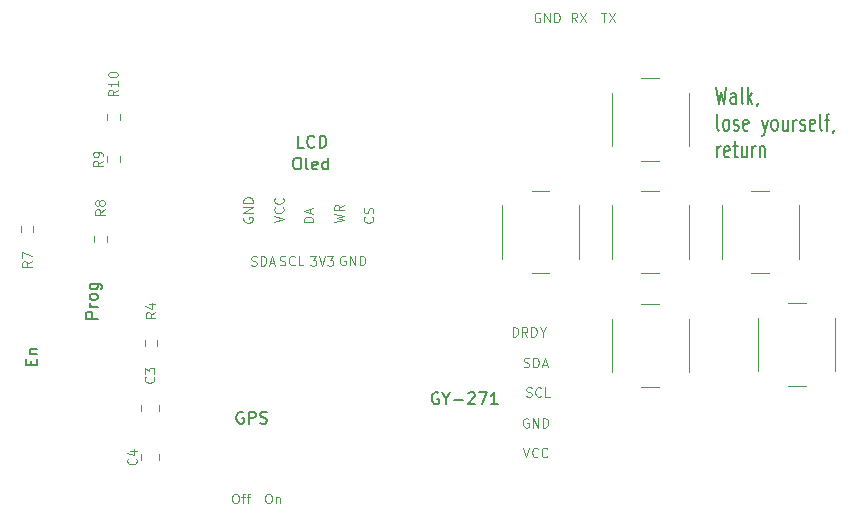
<source format=gbr>
%TF.GenerationSoftware,KiCad,Pcbnew,7.0.2-1.fc38*%
%TF.CreationDate,2023-06-07T17:49:04+02:00*%
%TF.ProjectId,gps_compass,6770735f-636f-46d7-9061-73732e6b6963,rev?*%
%TF.SameCoordinates,Original*%
%TF.FileFunction,Legend,Top*%
%TF.FilePolarity,Positive*%
%FSLAX46Y46*%
G04 Gerber Fmt 4.6, Leading zero omitted, Abs format (unit mm)*
G04 Created by KiCad (PCBNEW 7.0.2-1.fc38) date 2023-06-07 17:49:04*
%MOMM*%
%LPD*%
G01*
G04 APERTURE LIST*
%ADD10C,0.100000*%
%ADD11C,0.200000*%
%ADD12C,0.150000*%
%ADD13C,0.120000*%
G04 APERTURE END LIST*
D10*
X131142857Y-75502095D02*
X131295238Y-75502095D01*
X131295238Y-75502095D02*
X131371428Y-75540190D01*
X131371428Y-75540190D02*
X131447619Y-75616380D01*
X131447619Y-75616380D02*
X131485714Y-75768761D01*
X131485714Y-75768761D02*
X131485714Y-76035428D01*
X131485714Y-76035428D02*
X131447619Y-76187809D01*
X131447619Y-76187809D02*
X131371428Y-76264000D01*
X131371428Y-76264000D02*
X131295238Y-76302095D01*
X131295238Y-76302095D02*
X131142857Y-76302095D01*
X131142857Y-76302095D02*
X131066666Y-76264000D01*
X131066666Y-76264000D02*
X130990476Y-76187809D01*
X130990476Y-76187809D02*
X130952380Y-76035428D01*
X130952380Y-76035428D02*
X130952380Y-75768761D01*
X130952380Y-75768761D02*
X130990476Y-75616380D01*
X130990476Y-75616380D02*
X131066666Y-75540190D01*
X131066666Y-75540190D02*
X131142857Y-75502095D01*
X131828571Y-75768761D02*
X131828571Y-76302095D01*
X131828571Y-75844952D02*
X131866666Y-75806857D01*
X131866666Y-75806857D02*
X131942856Y-75768761D01*
X131942856Y-75768761D02*
X132057142Y-75768761D01*
X132057142Y-75768761D02*
X132133333Y-75806857D01*
X132133333Y-75806857D02*
X132171428Y-75883047D01*
X132171428Y-75883047D02*
X132171428Y-76302095D01*
X128342857Y-75502095D02*
X128495238Y-75502095D01*
X128495238Y-75502095D02*
X128571428Y-75540190D01*
X128571428Y-75540190D02*
X128647619Y-75616380D01*
X128647619Y-75616380D02*
X128685714Y-75768761D01*
X128685714Y-75768761D02*
X128685714Y-76035428D01*
X128685714Y-76035428D02*
X128647619Y-76187809D01*
X128647619Y-76187809D02*
X128571428Y-76264000D01*
X128571428Y-76264000D02*
X128495238Y-76302095D01*
X128495238Y-76302095D02*
X128342857Y-76302095D01*
X128342857Y-76302095D02*
X128266666Y-76264000D01*
X128266666Y-76264000D02*
X128190476Y-76187809D01*
X128190476Y-76187809D02*
X128152380Y-76035428D01*
X128152380Y-76035428D02*
X128152380Y-75768761D01*
X128152380Y-75768761D02*
X128190476Y-75616380D01*
X128190476Y-75616380D02*
X128266666Y-75540190D01*
X128266666Y-75540190D02*
X128342857Y-75502095D01*
X128914285Y-75768761D02*
X129219047Y-75768761D01*
X129028571Y-76302095D02*
X129028571Y-75616380D01*
X129028571Y-75616380D02*
X129066666Y-75540190D01*
X129066666Y-75540190D02*
X129142856Y-75502095D01*
X129142856Y-75502095D02*
X129219047Y-75502095D01*
X129371428Y-75768761D02*
X129676190Y-75768761D01*
X129485714Y-76302095D02*
X129485714Y-75616380D01*
X129485714Y-75616380D02*
X129523809Y-75540190D01*
X129523809Y-75540190D02*
X129599999Y-75502095D01*
X129599999Y-75502095D02*
X129676190Y-75502095D01*
X154209523Y-34840190D02*
X154133333Y-34802095D01*
X154133333Y-34802095D02*
X154019047Y-34802095D01*
X154019047Y-34802095D02*
X153904761Y-34840190D01*
X153904761Y-34840190D02*
X153828571Y-34916380D01*
X153828571Y-34916380D02*
X153790476Y-34992571D01*
X153790476Y-34992571D02*
X153752380Y-35144952D01*
X153752380Y-35144952D02*
X153752380Y-35259238D01*
X153752380Y-35259238D02*
X153790476Y-35411619D01*
X153790476Y-35411619D02*
X153828571Y-35487809D01*
X153828571Y-35487809D02*
X153904761Y-35564000D01*
X153904761Y-35564000D02*
X154019047Y-35602095D01*
X154019047Y-35602095D02*
X154095238Y-35602095D01*
X154095238Y-35602095D02*
X154209523Y-35564000D01*
X154209523Y-35564000D02*
X154247619Y-35525904D01*
X154247619Y-35525904D02*
X154247619Y-35259238D01*
X154247619Y-35259238D02*
X154095238Y-35259238D01*
X154590476Y-35602095D02*
X154590476Y-34802095D01*
X154590476Y-34802095D02*
X155047619Y-35602095D01*
X155047619Y-35602095D02*
X155047619Y-34802095D01*
X155428571Y-35602095D02*
X155428571Y-34802095D01*
X155428571Y-34802095D02*
X155619047Y-34802095D01*
X155619047Y-34802095D02*
X155733333Y-34840190D01*
X155733333Y-34840190D02*
X155809523Y-34916380D01*
X155809523Y-34916380D02*
X155847618Y-34992571D01*
X155847618Y-34992571D02*
X155885714Y-35144952D01*
X155885714Y-35144952D02*
X155885714Y-35259238D01*
X155885714Y-35259238D02*
X155847618Y-35411619D01*
X155847618Y-35411619D02*
X155809523Y-35487809D01*
X155809523Y-35487809D02*
X155733333Y-35564000D01*
X155733333Y-35564000D02*
X155619047Y-35602095D01*
X155619047Y-35602095D02*
X155428571Y-35602095D01*
X157347619Y-35602095D02*
X157080952Y-35221142D01*
X156890476Y-35602095D02*
X156890476Y-34802095D01*
X156890476Y-34802095D02*
X157195238Y-34802095D01*
X157195238Y-34802095D02*
X157271428Y-34840190D01*
X157271428Y-34840190D02*
X157309523Y-34878285D01*
X157309523Y-34878285D02*
X157347619Y-34954476D01*
X157347619Y-34954476D02*
X157347619Y-35068761D01*
X157347619Y-35068761D02*
X157309523Y-35144952D01*
X157309523Y-35144952D02*
X157271428Y-35183047D01*
X157271428Y-35183047D02*
X157195238Y-35221142D01*
X157195238Y-35221142D02*
X156890476Y-35221142D01*
X157614285Y-34802095D02*
X158147619Y-35602095D01*
X158147619Y-34802095D02*
X157614285Y-35602095D01*
X159376190Y-34802095D02*
X159833333Y-34802095D01*
X159604761Y-35602095D02*
X159604761Y-34802095D01*
X160023809Y-34802095D02*
X160557143Y-35602095D01*
X160557143Y-34802095D02*
X160023809Y-35602095D01*
D11*
X169142857Y-41092666D02*
X169380952Y-42492666D01*
X169380952Y-42492666D02*
X169571428Y-41492666D01*
X169571428Y-41492666D02*
X169761904Y-42492666D01*
X169761904Y-42492666D02*
X170000000Y-41092666D01*
X170809523Y-42492666D02*
X170809523Y-41759333D01*
X170809523Y-41759333D02*
X170761904Y-41626000D01*
X170761904Y-41626000D02*
X170666666Y-41559333D01*
X170666666Y-41559333D02*
X170476190Y-41559333D01*
X170476190Y-41559333D02*
X170380952Y-41626000D01*
X170809523Y-42426000D02*
X170714285Y-42492666D01*
X170714285Y-42492666D02*
X170476190Y-42492666D01*
X170476190Y-42492666D02*
X170380952Y-42426000D01*
X170380952Y-42426000D02*
X170333333Y-42292666D01*
X170333333Y-42292666D02*
X170333333Y-42159333D01*
X170333333Y-42159333D02*
X170380952Y-42026000D01*
X170380952Y-42026000D02*
X170476190Y-41959333D01*
X170476190Y-41959333D02*
X170714285Y-41959333D01*
X170714285Y-41959333D02*
X170809523Y-41892666D01*
X171428571Y-42492666D02*
X171333333Y-42426000D01*
X171333333Y-42426000D02*
X171285714Y-42292666D01*
X171285714Y-42292666D02*
X171285714Y-41092666D01*
X171809524Y-42492666D02*
X171809524Y-41092666D01*
X171904762Y-41959333D02*
X172190476Y-42492666D01*
X172190476Y-41559333D02*
X171809524Y-42092666D01*
X172666667Y-42426000D02*
X172666667Y-42492666D01*
X172666667Y-42492666D02*
X172619048Y-42626000D01*
X172619048Y-42626000D02*
X172571429Y-42692666D01*
X169380952Y-44760666D02*
X169285714Y-44694000D01*
X169285714Y-44694000D02*
X169238095Y-44560666D01*
X169238095Y-44560666D02*
X169238095Y-43360666D01*
X169904762Y-44760666D02*
X169809524Y-44694000D01*
X169809524Y-44694000D02*
X169761905Y-44627333D01*
X169761905Y-44627333D02*
X169714286Y-44494000D01*
X169714286Y-44494000D02*
X169714286Y-44094000D01*
X169714286Y-44094000D02*
X169761905Y-43960666D01*
X169761905Y-43960666D02*
X169809524Y-43894000D01*
X169809524Y-43894000D02*
X169904762Y-43827333D01*
X169904762Y-43827333D02*
X170047619Y-43827333D01*
X170047619Y-43827333D02*
X170142857Y-43894000D01*
X170142857Y-43894000D02*
X170190476Y-43960666D01*
X170190476Y-43960666D02*
X170238095Y-44094000D01*
X170238095Y-44094000D02*
X170238095Y-44494000D01*
X170238095Y-44494000D02*
X170190476Y-44627333D01*
X170190476Y-44627333D02*
X170142857Y-44694000D01*
X170142857Y-44694000D02*
X170047619Y-44760666D01*
X170047619Y-44760666D02*
X169904762Y-44760666D01*
X170619048Y-44694000D02*
X170714286Y-44760666D01*
X170714286Y-44760666D02*
X170904762Y-44760666D01*
X170904762Y-44760666D02*
X171000000Y-44694000D01*
X171000000Y-44694000D02*
X171047619Y-44560666D01*
X171047619Y-44560666D02*
X171047619Y-44494000D01*
X171047619Y-44494000D02*
X171000000Y-44360666D01*
X171000000Y-44360666D02*
X170904762Y-44294000D01*
X170904762Y-44294000D02*
X170761905Y-44294000D01*
X170761905Y-44294000D02*
X170666667Y-44227333D01*
X170666667Y-44227333D02*
X170619048Y-44094000D01*
X170619048Y-44094000D02*
X170619048Y-44027333D01*
X170619048Y-44027333D02*
X170666667Y-43894000D01*
X170666667Y-43894000D02*
X170761905Y-43827333D01*
X170761905Y-43827333D02*
X170904762Y-43827333D01*
X170904762Y-43827333D02*
X171000000Y-43894000D01*
X171857143Y-44694000D02*
X171761905Y-44760666D01*
X171761905Y-44760666D02*
X171571429Y-44760666D01*
X171571429Y-44760666D02*
X171476191Y-44694000D01*
X171476191Y-44694000D02*
X171428572Y-44560666D01*
X171428572Y-44560666D02*
X171428572Y-44027333D01*
X171428572Y-44027333D02*
X171476191Y-43894000D01*
X171476191Y-43894000D02*
X171571429Y-43827333D01*
X171571429Y-43827333D02*
X171761905Y-43827333D01*
X171761905Y-43827333D02*
X171857143Y-43894000D01*
X171857143Y-43894000D02*
X171904762Y-44027333D01*
X171904762Y-44027333D02*
X171904762Y-44160666D01*
X171904762Y-44160666D02*
X171428572Y-44294000D01*
X173000001Y-43827333D02*
X173238096Y-44760666D01*
X173476191Y-43827333D02*
X173238096Y-44760666D01*
X173238096Y-44760666D02*
X173142858Y-45094000D01*
X173142858Y-45094000D02*
X173095239Y-45160666D01*
X173095239Y-45160666D02*
X173000001Y-45227333D01*
X174000001Y-44760666D02*
X173904763Y-44694000D01*
X173904763Y-44694000D02*
X173857144Y-44627333D01*
X173857144Y-44627333D02*
X173809525Y-44494000D01*
X173809525Y-44494000D02*
X173809525Y-44094000D01*
X173809525Y-44094000D02*
X173857144Y-43960666D01*
X173857144Y-43960666D02*
X173904763Y-43894000D01*
X173904763Y-43894000D02*
X174000001Y-43827333D01*
X174000001Y-43827333D02*
X174142858Y-43827333D01*
X174142858Y-43827333D02*
X174238096Y-43894000D01*
X174238096Y-43894000D02*
X174285715Y-43960666D01*
X174285715Y-43960666D02*
X174333334Y-44094000D01*
X174333334Y-44094000D02*
X174333334Y-44494000D01*
X174333334Y-44494000D02*
X174285715Y-44627333D01*
X174285715Y-44627333D02*
X174238096Y-44694000D01*
X174238096Y-44694000D02*
X174142858Y-44760666D01*
X174142858Y-44760666D02*
X174000001Y-44760666D01*
X175190477Y-43827333D02*
X175190477Y-44760666D01*
X174761906Y-43827333D02*
X174761906Y-44560666D01*
X174761906Y-44560666D02*
X174809525Y-44694000D01*
X174809525Y-44694000D02*
X174904763Y-44760666D01*
X174904763Y-44760666D02*
X175047620Y-44760666D01*
X175047620Y-44760666D02*
X175142858Y-44694000D01*
X175142858Y-44694000D02*
X175190477Y-44627333D01*
X175666668Y-44760666D02*
X175666668Y-43827333D01*
X175666668Y-44094000D02*
X175714287Y-43960666D01*
X175714287Y-43960666D02*
X175761906Y-43894000D01*
X175761906Y-43894000D02*
X175857144Y-43827333D01*
X175857144Y-43827333D02*
X175952382Y-43827333D01*
X176238097Y-44694000D02*
X176333335Y-44760666D01*
X176333335Y-44760666D02*
X176523811Y-44760666D01*
X176523811Y-44760666D02*
X176619049Y-44694000D01*
X176619049Y-44694000D02*
X176666668Y-44560666D01*
X176666668Y-44560666D02*
X176666668Y-44494000D01*
X176666668Y-44494000D02*
X176619049Y-44360666D01*
X176619049Y-44360666D02*
X176523811Y-44294000D01*
X176523811Y-44294000D02*
X176380954Y-44294000D01*
X176380954Y-44294000D02*
X176285716Y-44227333D01*
X176285716Y-44227333D02*
X176238097Y-44094000D01*
X176238097Y-44094000D02*
X176238097Y-44027333D01*
X176238097Y-44027333D02*
X176285716Y-43894000D01*
X176285716Y-43894000D02*
X176380954Y-43827333D01*
X176380954Y-43827333D02*
X176523811Y-43827333D01*
X176523811Y-43827333D02*
X176619049Y-43894000D01*
X177476192Y-44694000D02*
X177380954Y-44760666D01*
X177380954Y-44760666D02*
X177190478Y-44760666D01*
X177190478Y-44760666D02*
X177095240Y-44694000D01*
X177095240Y-44694000D02*
X177047621Y-44560666D01*
X177047621Y-44560666D02*
X177047621Y-44027333D01*
X177047621Y-44027333D02*
X177095240Y-43894000D01*
X177095240Y-43894000D02*
X177190478Y-43827333D01*
X177190478Y-43827333D02*
X177380954Y-43827333D01*
X177380954Y-43827333D02*
X177476192Y-43894000D01*
X177476192Y-43894000D02*
X177523811Y-44027333D01*
X177523811Y-44027333D02*
X177523811Y-44160666D01*
X177523811Y-44160666D02*
X177047621Y-44294000D01*
X178095240Y-44760666D02*
X178000002Y-44694000D01*
X178000002Y-44694000D02*
X177952383Y-44560666D01*
X177952383Y-44560666D02*
X177952383Y-43360666D01*
X178333336Y-43827333D02*
X178714288Y-43827333D01*
X178476193Y-44760666D02*
X178476193Y-43560666D01*
X178476193Y-43560666D02*
X178523812Y-43427333D01*
X178523812Y-43427333D02*
X178619050Y-43360666D01*
X178619050Y-43360666D02*
X178714288Y-43360666D01*
X179095241Y-44694000D02*
X179095241Y-44760666D01*
X179095241Y-44760666D02*
X179047622Y-44894000D01*
X179047622Y-44894000D02*
X179000003Y-44960666D01*
X169238095Y-47028666D02*
X169238095Y-46095333D01*
X169238095Y-46362000D02*
X169285714Y-46228666D01*
X169285714Y-46228666D02*
X169333333Y-46162000D01*
X169333333Y-46162000D02*
X169428571Y-46095333D01*
X169428571Y-46095333D02*
X169523809Y-46095333D01*
X170238095Y-46962000D02*
X170142857Y-47028666D01*
X170142857Y-47028666D02*
X169952381Y-47028666D01*
X169952381Y-47028666D02*
X169857143Y-46962000D01*
X169857143Y-46962000D02*
X169809524Y-46828666D01*
X169809524Y-46828666D02*
X169809524Y-46295333D01*
X169809524Y-46295333D02*
X169857143Y-46162000D01*
X169857143Y-46162000D02*
X169952381Y-46095333D01*
X169952381Y-46095333D02*
X170142857Y-46095333D01*
X170142857Y-46095333D02*
X170238095Y-46162000D01*
X170238095Y-46162000D02*
X170285714Y-46295333D01*
X170285714Y-46295333D02*
X170285714Y-46428666D01*
X170285714Y-46428666D02*
X169809524Y-46562000D01*
X170571429Y-46095333D02*
X170952381Y-46095333D01*
X170714286Y-45628666D02*
X170714286Y-46828666D01*
X170714286Y-46828666D02*
X170761905Y-46962000D01*
X170761905Y-46962000D02*
X170857143Y-47028666D01*
X170857143Y-47028666D02*
X170952381Y-47028666D01*
X171714286Y-46095333D02*
X171714286Y-47028666D01*
X171285715Y-46095333D02*
X171285715Y-46828666D01*
X171285715Y-46828666D02*
X171333334Y-46962000D01*
X171333334Y-46962000D02*
X171428572Y-47028666D01*
X171428572Y-47028666D02*
X171571429Y-47028666D01*
X171571429Y-47028666D02*
X171666667Y-46962000D01*
X171666667Y-46962000D02*
X171714286Y-46895333D01*
X172190477Y-47028666D02*
X172190477Y-46095333D01*
X172190477Y-46362000D02*
X172238096Y-46228666D01*
X172238096Y-46228666D02*
X172285715Y-46162000D01*
X172285715Y-46162000D02*
X172380953Y-46095333D01*
X172380953Y-46095333D02*
X172476191Y-46095333D01*
X172809525Y-46095333D02*
X172809525Y-47028666D01*
X172809525Y-46228666D02*
X172857144Y-46162000D01*
X172857144Y-46162000D02*
X172952382Y-46095333D01*
X172952382Y-46095333D02*
X173095239Y-46095333D01*
X173095239Y-46095333D02*
X173190477Y-46162000D01*
X173190477Y-46162000D02*
X173238096Y-46295333D01*
X173238096Y-46295333D02*
X173238096Y-47028666D01*
D10*
%TO.C,R8*%
X117370095Y-51433332D02*
X116989142Y-51699999D01*
X117370095Y-51890475D02*
X116570095Y-51890475D01*
X116570095Y-51890475D02*
X116570095Y-51585713D01*
X116570095Y-51585713D02*
X116608190Y-51509523D01*
X116608190Y-51509523D02*
X116646285Y-51471428D01*
X116646285Y-51471428D02*
X116722476Y-51433332D01*
X116722476Y-51433332D02*
X116836761Y-51433332D01*
X116836761Y-51433332D02*
X116912952Y-51471428D01*
X116912952Y-51471428D02*
X116951047Y-51509523D01*
X116951047Y-51509523D02*
X116989142Y-51585713D01*
X116989142Y-51585713D02*
X116989142Y-51890475D01*
X116912952Y-50976190D02*
X116874857Y-51052380D01*
X116874857Y-51052380D02*
X116836761Y-51090475D01*
X116836761Y-51090475D02*
X116760571Y-51128571D01*
X116760571Y-51128571D02*
X116722476Y-51128571D01*
X116722476Y-51128571D02*
X116646285Y-51090475D01*
X116646285Y-51090475D02*
X116608190Y-51052380D01*
X116608190Y-51052380D02*
X116570095Y-50976190D01*
X116570095Y-50976190D02*
X116570095Y-50823809D01*
X116570095Y-50823809D02*
X116608190Y-50747618D01*
X116608190Y-50747618D02*
X116646285Y-50709523D01*
X116646285Y-50709523D02*
X116722476Y-50671428D01*
X116722476Y-50671428D02*
X116760571Y-50671428D01*
X116760571Y-50671428D02*
X116836761Y-50709523D01*
X116836761Y-50709523D02*
X116874857Y-50747618D01*
X116874857Y-50747618D02*
X116912952Y-50823809D01*
X116912952Y-50823809D02*
X116912952Y-50976190D01*
X116912952Y-50976190D02*
X116951047Y-51052380D01*
X116951047Y-51052380D02*
X116989142Y-51090475D01*
X116989142Y-51090475D02*
X117065333Y-51128571D01*
X117065333Y-51128571D02*
X117217714Y-51128571D01*
X117217714Y-51128571D02*
X117293904Y-51090475D01*
X117293904Y-51090475D02*
X117332000Y-51052380D01*
X117332000Y-51052380D02*
X117370095Y-50976190D01*
X117370095Y-50976190D02*
X117370095Y-50823809D01*
X117370095Y-50823809D02*
X117332000Y-50747618D01*
X117332000Y-50747618D02*
X117293904Y-50709523D01*
X117293904Y-50709523D02*
X117217714Y-50671428D01*
X117217714Y-50671428D02*
X117065333Y-50671428D01*
X117065333Y-50671428D02*
X116989142Y-50709523D01*
X116989142Y-50709523D02*
X116951047Y-50747618D01*
X116951047Y-50747618D02*
X116912952Y-50823809D01*
D12*
%TO.C,GY-271*%
X145615714Y-66970238D02*
X145520476Y-66922619D01*
X145520476Y-66922619D02*
X145377619Y-66922619D01*
X145377619Y-66922619D02*
X145234762Y-66970238D01*
X145234762Y-66970238D02*
X145139524Y-67065476D01*
X145139524Y-67065476D02*
X145091905Y-67160714D01*
X145091905Y-67160714D02*
X145044286Y-67351190D01*
X145044286Y-67351190D02*
X145044286Y-67494047D01*
X145044286Y-67494047D02*
X145091905Y-67684523D01*
X145091905Y-67684523D02*
X145139524Y-67779761D01*
X145139524Y-67779761D02*
X145234762Y-67875000D01*
X145234762Y-67875000D02*
X145377619Y-67922619D01*
X145377619Y-67922619D02*
X145472857Y-67922619D01*
X145472857Y-67922619D02*
X145615714Y-67875000D01*
X145615714Y-67875000D02*
X145663333Y-67827380D01*
X145663333Y-67827380D02*
X145663333Y-67494047D01*
X145663333Y-67494047D02*
X145472857Y-67494047D01*
X146282381Y-67446428D02*
X146282381Y-67922619D01*
X145949048Y-66922619D02*
X146282381Y-67446428D01*
X146282381Y-67446428D02*
X146615714Y-66922619D01*
X146949048Y-67541666D02*
X147710953Y-67541666D01*
X148139524Y-67017857D02*
X148187143Y-66970238D01*
X148187143Y-66970238D02*
X148282381Y-66922619D01*
X148282381Y-66922619D02*
X148520476Y-66922619D01*
X148520476Y-66922619D02*
X148615714Y-66970238D01*
X148615714Y-66970238D02*
X148663333Y-67017857D01*
X148663333Y-67017857D02*
X148710952Y-67113095D01*
X148710952Y-67113095D02*
X148710952Y-67208333D01*
X148710952Y-67208333D02*
X148663333Y-67351190D01*
X148663333Y-67351190D02*
X148091905Y-67922619D01*
X148091905Y-67922619D02*
X148710952Y-67922619D01*
X149044286Y-66922619D02*
X149710952Y-66922619D01*
X149710952Y-66922619D02*
X149282381Y-67922619D01*
X150615714Y-67922619D02*
X150044286Y-67922619D01*
X150330000Y-67922619D02*
X150330000Y-66922619D01*
X150330000Y-66922619D02*
X150234762Y-67065476D01*
X150234762Y-67065476D02*
X150139524Y-67160714D01*
X150139524Y-67160714D02*
X150044286Y-67208333D01*
D10*
X152776190Y-71602095D02*
X153042857Y-72402095D01*
X153042857Y-72402095D02*
X153309523Y-71602095D01*
X154033333Y-72325904D02*
X153995237Y-72364000D01*
X153995237Y-72364000D02*
X153880952Y-72402095D01*
X153880952Y-72402095D02*
X153804761Y-72402095D01*
X153804761Y-72402095D02*
X153690475Y-72364000D01*
X153690475Y-72364000D02*
X153614285Y-72287809D01*
X153614285Y-72287809D02*
X153576190Y-72211619D01*
X153576190Y-72211619D02*
X153538094Y-72059238D01*
X153538094Y-72059238D02*
X153538094Y-71944952D01*
X153538094Y-71944952D02*
X153576190Y-71792571D01*
X153576190Y-71792571D02*
X153614285Y-71716380D01*
X153614285Y-71716380D02*
X153690475Y-71640190D01*
X153690475Y-71640190D02*
X153804761Y-71602095D01*
X153804761Y-71602095D02*
X153880952Y-71602095D01*
X153880952Y-71602095D02*
X153995237Y-71640190D01*
X153995237Y-71640190D02*
X154033333Y-71678285D01*
X154833333Y-72325904D02*
X154795237Y-72364000D01*
X154795237Y-72364000D02*
X154680952Y-72402095D01*
X154680952Y-72402095D02*
X154604761Y-72402095D01*
X154604761Y-72402095D02*
X154490475Y-72364000D01*
X154490475Y-72364000D02*
X154414285Y-72287809D01*
X154414285Y-72287809D02*
X154376190Y-72211619D01*
X154376190Y-72211619D02*
X154338094Y-72059238D01*
X154338094Y-72059238D02*
X154338094Y-71944952D01*
X154338094Y-71944952D02*
X154376190Y-71792571D01*
X154376190Y-71792571D02*
X154414285Y-71716380D01*
X154414285Y-71716380D02*
X154490475Y-71640190D01*
X154490475Y-71640190D02*
X154604761Y-71602095D01*
X154604761Y-71602095D02*
X154680952Y-71602095D01*
X154680952Y-71602095D02*
X154795237Y-71640190D01*
X154795237Y-71640190D02*
X154833333Y-71678285D01*
X153209523Y-69140190D02*
X153133333Y-69102095D01*
X153133333Y-69102095D02*
X153019047Y-69102095D01*
X153019047Y-69102095D02*
X152904761Y-69140190D01*
X152904761Y-69140190D02*
X152828571Y-69216380D01*
X152828571Y-69216380D02*
X152790476Y-69292571D01*
X152790476Y-69292571D02*
X152752380Y-69444952D01*
X152752380Y-69444952D02*
X152752380Y-69559238D01*
X152752380Y-69559238D02*
X152790476Y-69711619D01*
X152790476Y-69711619D02*
X152828571Y-69787809D01*
X152828571Y-69787809D02*
X152904761Y-69864000D01*
X152904761Y-69864000D02*
X153019047Y-69902095D01*
X153019047Y-69902095D02*
X153095238Y-69902095D01*
X153095238Y-69902095D02*
X153209523Y-69864000D01*
X153209523Y-69864000D02*
X153247619Y-69825904D01*
X153247619Y-69825904D02*
X153247619Y-69559238D01*
X153247619Y-69559238D02*
X153095238Y-69559238D01*
X153590476Y-69902095D02*
X153590476Y-69102095D01*
X153590476Y-69102095D02*
X154047619Y-69902095D01*
X154047619Y-69902095D02*
X154047619Y-69102095D01*
X154428571Y-69902095D02*
X154428571Y-69102095D01*
X154428571Y-69102095D02*
X154619047Y-69102095D01*
X154619047Y-69102095D02*
X154733333Y-69140190D01*
X154733333Y-69140190D02*
X154809523Y-69216380D01*
X154809523Y-69216380D02*
X154847618Y-69292571D01*
X154847618Y-69292571D02*
X154885714Y-69444952D01*
X154885714Y-69444952D02*
X154885714Y-69559238D01*
X154885714Y-69559238D02*
X154847618Y-69711619D01*
X154847618Y-69711619D02*
X154809523Y-69787809D01*
X154809523Y-69787809D02*
X154733333Y-69864000D01*
X154733333Y-69864000D02*
X154619047Y-69902095D01*
X154619047Y-69902095D02*
X154428571Y-69902095D01*
X151890476Y-62202095D02*
X151890476Y-61402095D01*
X151890476Y-61402095D02*
X152080952Y-61402095D01*
X152080952Y-61402095D02*
X152195238Y-61440190D01*
X152195238Y-61440190D02*
X152271428Y-61516380D01*
X152271428Y-61516380D02*
X152309523Y-61592571D01*
X152309523Y-61592571D02*
X152347619Y-61744952D01*
X152347619Y-61744952D02*
X152347619Y-61859238D01*
X152347619Y-61859238D02*
X152309523Y-62011619D01*
X152309523Y-62011619D02*
X152271428Y-62087809D01*
X152271428Y-62087809D02*
X152195238Y-62164000D01*
X152195238Y-62164000D02*
X152080952Y-62202095D01*
X152080952Y-62202095D02*
X151890476Y-62202095D01*
X153147619Y-62202095D02*
X152880952Y-61821142D01*
X152690476Y-62202095D02*
X152690476Y-61402095D01*
X152690476Y-61402095D02*
X152995238Y-61402095D01*
X152995238Y-61402095D02*
X153071428Y-61440190D01*
X153071428Y-61440190D02*
X153109523Y-61478285D01*
X153109523Y-61478285D02*
X153147619Y-61554476D01*
X153147619Y-61554476D02*
X153147619Y-61668761D01*
X153147619Y-61668761D02*
X153109523Y-61744952D01*
X153109523Y-61744952D02*
X153071428Y-61783047D01*
X153071428Y-61783047D02*
X152995238Y-61821142D01*
X152995238Y-61821142D02*
X152690476Y-61821142D01*
X153490476Y-62202095D02*
X153490476Y-61402095D01*
X153490476Y-61402095D02*
X153680952Y-61402095D01*
X153680952Y-61402095D02*
X153795238Y-61440190D01*
X153795238Y-61440190D02*
X153871428Y-61516380D01*
X153871428Y-61516380D02*
X153909523Y-61592571D01*
X153909523Y-61592571D02*
X153947619Y-61744952D01*
X153947619Y-61744952D02*
X153947619Y-61859238D01*
X153947619Y-61859238D02*
X153909523Y-62011619D01*
X153909523Y-62011619D02*
X153871428Y-62087809D01*
X153871428Y-62087809D02*
X153795238Y-62164000D01*
X153795238Y-62164000D02*
X153680952Y-62202095D01*
X153680952Y-62202095D02*
X153490476Y-62202095D01*
X154442857Y-61821142D02*
X154442857Y-62202095D01*
X154176190Y-61402095D02*
X154442857Y-61821142D01*
X154442857Y-61821142D02*
X154709523Y-61402095D01*
X152852380Y-64764000D02*
X152966666Y-64802095D01*
X152966666Y-64802095D02*
X153157142Y-64802095D01*
X153157142Y-64802095D02*
X153233333Y-64764000D01*
X153233333Y-64764000D02*
X153271428Y-64725904D01*
X153271428Y-64725904D02*
X153309523Y-64649714D01*
X153309523Y-64649714D02*
X153309523Y-64573523D01*
X153309523Y-64573523D02*
X153271428Y-64497333D01*
X153271428Y-64497333D02*
X153233333Y-64459238D01*
X153233333Y-64459238D02*
X153157142Y-64421142D01*
X153157142Y-64421142D02*
X153004761Y-64383047D01*
X153004761Y-64383047D02*
X152928571Y-64344952D01*
X152928571Y-64344952D02*
X152890476Y-64306857D01*
X152890476Y-64306857D02*
X152852380Y-64230666D01*
X152852380Y-64230666D02*
X152852380Y-64154476D01*
X152852380Y-64154476D02*
X152890476Y-64078285D01*
X152890476Y-64078285D02*
X152928571Y-64040190D01*
X152928571Y-64040190D02*
X153004761Y-64002095D01*
X153004761Y-64002095D02*
X153195238Y-64002095D01*
X153195238Y-64002095D02*
X153309523Y-64040190D01*
X153652381Y-64802095D02*
X153652381Y-64002095D01*
X153652381Y-64002095D02*
X153842857Y-64002095D01*
X153842857Y-64002095D02*
X153957143Y-64040190D01*
X153957143Y-64040190D02*
X154033333Y-64116380D01*
X154033333Y-64116380D02*
X154071428Y-64192571D01*
X154071428Y-64192571D02*
X154109524Y-64344952D01*
X154109524Y-64344952D02*
X154109524Y-64459238D01*
X154109524Y-64459238D02*
X154071428Y-64611619D01*
X154071428Y-64611619D02*
X154033333Y-64687809D01*
X154033333Y-64687809D02*
X153957143Y-64764000D01*
X153957143Y-64764000D02*
X153842857Y-64802095D01*
X153842857Y-64802095D02*
X153652381Y-64802095D01*
X154414285Y-64573523D02*
X154795238Y-64573523D01*
X154338095Y-64802095D02*
X154604762Y-64002095D01*
X154604762Y-64002095D02*
X154871428Y-64802095D01*
X153052380Y-67264000D02*
X153166666Y-67302095D01*
X153166666Y-67302095D02*
X153357142Y-67302095D01*
X153357142Y-67302095D02*
X153433333Y-67264000D01*
X153433333Y-67264000D02*
X153471428Y-67225904D01*
X153471428Y-67225904D02*
X153509523Y-67149714D01*
X153509523Y-67149714D02*
X153509523Y-67073523D01*
X153509523Y-67073523D02*
X153471428Y-66997333D01*
X153471428Y-66997333D02*
X153433333Y-66959238D01*
X153433333Y-66959238D02*
X153357142Y-66921142D01*
X153357142Y-66921142D02*
X153204761Y-66883047D01*
X153204761Y-66883047D02*
X153128571Y-66844952D01*
X153128571Y-66844952D02*
X153090476Y-66806857D01*
X153090476Y-66806857D02*
X153052380Y-66730666D01*
X153052380Y-66730666D02*
X153052380Y-66654476D01*
X153052380Y-66654476D02*
X153090476Y-66578285D01*
X153090476Y-66578285D02*
X153128571Y-66540190D01*
X153128571Y-66540190D02*
X153204761Y-66502095D01*
X153204761Y-66502095D02*
X153395238Y-66502095D01*
X153395238Y-66502095D02*
X153509523Y-66540190D01*
X154309524Y-67225904D02*
X154271428Y-67264000D01*
X154271428Y-67264000D02*
X154157143Y-67302095D01*
X154157143Y-67302095D02*
X154080952Y-67302095D01*
X154080952Y-67302095D02*
X153966666Y-67264000D01*
X153966666Y-67264000D02*
X153890476Y-67187809D01*
X153890476Y-67187809D02*
X153852381Y-67111619D01*
X153852381Y-67111619D02*
X153814285Y-66959238D01*
X153814285Y-66959238D02*
X153814285Y-66844952D01*
X153814285Y-66844952D02*
X153852381Y-66692571D01*
X153852381Y-66692571D02*
X153890476Y-66616380D01*
X153890476Y-66616380D02*
X153966666Y-66540190D01*
X153966666Y-66540190D02*
X154080952Y-66502095D01*
X154080952Y-66502095D02*
X154157143Y-66502095D01*
X154157143Y-66502095D02*
X154271428Y-66540190D01*
X154271428Y-66540190D02*
X154309524Y-66578285D01*
X155033333Y-67302095D02*
X154652381Y-67302095D01*
X154652381Y-67302095D02*
X154652381Y-66502095D01*
D12*
%TO.C,LCD*%
X134209523Y-46202619D02*
X133733333Y-46202619D01*
X133733333Y-46202619D02*
X133733333Y-45202619D01*
X135114285Y-46107380D02*
X135066666Y-46155000D01*
X135066666Y-46155000D02*
X134923809Y-46202619D01*
X134923809Y-46202619D02*
X134828571Y-46202619D01*
X134828571Y-46202619D02*
X134685714Y-46155000D01*
X134685714Y-46155000D02*
X134590476Y-46059761D01*
X134590476Y-46059761D02*
X134542857Y-45964523D01*
X134542857Y-45964523D02*
X134495238Y-45774047D01*
X134495238Y-45774047D02*
X134495238Y-45631190D01*
X134495238Y-45631190D02*
X134542857Y-45440714D01*
X134542857Y-45440714D02*
X134590476Y-45345476D01*
X134590476Y-45345476D02*
X134685714Y-45250238D01*
X134685714Y-45250238D02*
X134828571Y-45202619D01*
X134828571Y-45202619D02*
X134923809Y-45202619D01*
X134923809Y-45202619D02*
X135066666Y-45250238D01*
X135066666Y-45250238D02*
X135114285Y-45297857D01*
X135542857Y-46202619D02*
X135542857Y-45202619D01*
X135542857Y-45202619D02*
X135780952Y-45202619D01*
X135780952Y-45202619D02*
X135923809Y-45250238D01*
X135923809Y-45250238D02*
X136019047Y-45345476D01*
X136019047Y-45345476D02*
X136066666Y-45440714D01*
X136066666Y-45440714D02*
X136114285Y-45631190D01*
X136114285Y-45631190D02*
X136114285Y-45774047D01*
X136114285Y-45774047D02*
X136066666Y-45964523D01*
X136066666Y-45964523D02*
X136019047Y-46059761D01*
X136019047Y-46059761D02*
X135923809Y-46155000D01*
X135923809Y-46155000D02*
X135780952Y-46202619D01*
X135780952Y-46202619D02*
X135542857Y-46202619D01*
D10*
X140025904Y-52052380D02*
X140064000Y-52090476D01*
X140064000Y-52090476D02*
X140102095Y-52204761D01*
X140102095Y-52204761D02*
X140102095Y-52280952D01*
X140102095Y-52280952D02*
X140064000Y-52395238D01*
X140064000Y-52395238D02*
X139987809Y-52471428D01*
X139987809Y-52471428D02*
X139911619Y-52509523D01*
X139911619Y-52509523D02*
X139759238Y-52547619D01*
X139759238Y-52547619D02*
X139644952Y-52547619D01*
X139644952Y-52547619D02*
X139492571Y-52509523D01*
X139492571Y-52509523D02*
X139416380Y-52471428D01*
X139416380Y-52471428D02*
X139340190Y-52395238D01*
X139340190Y-52395238D02*
X139302095Y-52280952D01*
X139302095Y-52280952D02*
X139302095Y-52204761D01*
X139302095Y-52204761D02*
X139340190Y-52090476D01*
X139340190Y-52090476D02*
X139378285Y-52052380D01*
X140064000Y-51747619D02*
X140102095Y-51633333D01*
X140102095Y-51633333D02*
X140102095Y-51442857D01*
X140102095Y-51442857D02*
X140064000Y-51366666D01*
X140064000Y-51366666D02*
X140025904Y-51328571D01*
X140025904Y-51328571D02*
X139949714Y-51290476D01*
X139949714Y-51290476D02*
X139873523Y-51290476D01*
X139873523Y-51290476D02*
X139797333Y-51328571D01*
X139797333Y-51328571D02*
X139759238Y-51366666D01*
X139759238Y-51366666D02*
X139721142Y-51442857D01*
X139721142Y-51442857D02*
X139683047Y-51595238D01*
X139683047Y-51595238D02*
X139644952Y-51671428D01*
X139644952Y-51671428D02*
X139606857Y-51709523D01*
X139606857Y-51709523D02*
X139530666Y-51747619D01*
X139530666Y-51747619D02*
X139454476Y-51747619D01*
X139454476Y-51747619D02*
X139378285Y-51709523D01*
X139378285Y-51709523D02*
X139340190Y-51671428D01*
X139340190Y-51671428D02*
X139302095Y-51595238D01*
X139302095Y-51595238D02*
X139302095Y-51404761D01*
X139302095Y-51404761D02*
X139340190Y-51290476D01*
X131702095Y-52523809D02*
X132502095Y-52257142D01*
X132502095Y-52257142D02*
X131702095Y-51990476D01*
X132425904Y-51266666D02*
X132464000Y-51304762D01*
X132464000Y-51304762D02*
X132502095Y-51419047D01*
X132502095Y-51419047D02*
X132502095Y-51495238D01*
X132502095Y-51495238D02*
X132464000Y-51609524D01*
X132464000Y-51609524D02*
X132387809Y-51685714D01*
X132387809Y-51685714D02*
X132311619Y-51723809D01*
X132311619Y-51723809D02*
X132159238Y-51761905D01*
X132159238Y-51761905D02*
X132044952Y-51761905D01*
X132044952Y-51761905D02*
X131892571Y-51723809D01*
X131892571Y-51723809D02*
X131816380Y-51685714D01*
X131816380Y-51685714D02*
X131740190Y-51609524D01*
X131740190Y-51609524D02*
X131702095Y-51495238D01*
X131702095Y-51495238D02*
X131702095Y-51419047D01*
X131702095Y-51419047D02*
X131740190Y-51304762D01*
X131740190Y-51304762D02*
X131778285Y-51266666D01*
X132425904Y-50466666D02*
X132464000Y-50504762D01*
X132464000Y-50504762D02*
X132502095Y-50619047D01*
X132502095Y-50619047D02*
X132502095Y-50695238D01*
X132502095Y-50695238D02*
X132464000Y-50809524D01*
X132464000Y-50809524D02*
X132387809Y-50885714D01*
X132387809Y-50885714D02*
X132311619Y-50923809D01*
X132311619Y-50923809D02*
X132159238Y-50961905D01*
X132159238Y-50961905D02*
X132044952Y-50961905D01*
X132044952Y-50961905D02*
X131892571Y-50923809D01*
X131892571Y-50923809D02*
X131816380Y-50885714D01*
X131816380Y-50885714D02*
X131740190Y-50809524D01*
X131740190Y-50809524D02*
X131702095Y-50695238D01*
X131702095Y-50695238D02*
X131702095Y-50619047D01*
X131702095Y-50619047D02*
X131740190Y-50504762D01*
X131740190Y-50504762D02*
X131778285Y-50466666D01*
X136802095Y-52485714D02*
X137602095Y-52295238D01*
X137602095Y-52295238D02*
X137030666Y-52142857D01*
X137030666Y-52142857D02*
X137602095Y-51990476D01*
X137602095Y-51990476D02*
X136802095Y-51800000D01*
X137602095Y-51038094D02*
X137221142Y-51304761D01*
X137602095Y-51495237D02*
X136802095Y-51495237D01*
X136802095Y-51495237D02*
X136802095Y-51190475D01*
X136802095Y-51190475D02*
X136840190Y-51114285D01*
X136840190Y-51114285D02*
X136878285Y-51076190D01*
X136878285Y-51076190D02*
X136954476Y-51038094D01*
X136954476Y-51038094D02*
X137068761Y-51038094D01*
X137068761Y-51038094D02*
X137144952Y-51076190D01*
X137144952Y-51076190D02*
X137183047Y-51114285D01*
X137183047Y-51114285D02*
X137221142Y-51190475D01*
X137221142Y-51190475D02*
X137221142Y-51495237D01*
X129140190Y-52090476D02*
X129102095Y-52166666D01*
X129102095Y-52166666D02*
X129102095Y-52280952D01*
X129102095Y-52280952D02*
X129140190Y-52395238D01*
X129140190Y-52395238D02*
X129216380Y-52471428D01*
X129216380Y-52471428D02*
X129292571Y-52509523D01*
X129292571Y-52509523D02*
X129444952Y-52547619D01*
X129444952Y-52547619D02*
X129559238Y-52547619D01*
X129559238Y-52547619D02*
X129711619Y-52509523D01*
X129711619Y-52509523D02*
X129787809Y-52471428D01*
X129787809Y-52471428D02*
X129864000Y-52395238D01*
X129864000Y-52395238D02*
X129902095Y-52280952D01*
X129902095Y-52280952D02*
X129902095Y-52204761D01*
X129902095Y-52204761D02*
X129864000Y-52090476D01*
X129864000Y-52090476D02*
X129825904Y-52052380D01*
X129825904Y-52052380D02*
X129559238Y-52052380D01*
X129559238Y-52052380D02*
X129559238Y-52204761D01*
X129902095Y-51709523D02*
X129102095Y-51709523D01*
X129102095Y-51709523D02*
X129902095Y-51252380D01*
X129902095Y-51252380D02*
X129102095Y-51252380D01*
X129902095Y-50871428D02*
X129102095Y-50871428D01*
X129102095Y-50871428D02*
X129102095Y-50680952D01*
X129102095Y-50680952D02*
X129140190Y-50566666D01*
X129140190Y-50566666D02*
X129216380Y-50490476D01*
X129216380Y-50490476D02*
X129292571Y-50452381D01*
X129292571Y-50452381D02*
X129444952Y-50414285D01*
X129444952Y-50414285D02*
X129559238Y-50414285D01*
X129559238Y-50414285D02*
X129711619Y-50452381D01*
X129711619Y-50452381D02*
X129787809Y-50490476D01*
X129787809Y-50490476D02*
X129864000Y-50566666D01*
X129864000Y-50566666D02*
X129902095Y-50680952D01*
X129902095Y-50680952D02*
X129902095Y-50871428D01*
X135002095Y-52509523D02*
X134202095Y-52509523D01*
X134202095Y-52509523D02*
X134202095Y-52319047D01*
X134202095Y-52319047D02*
X134240190Y-52204761D01*
X134240190Y-52204761D02*
X134316380Y-52128571D01*
X134316380Y-52128571D02*
X134392571Y-52090476D01*
X134392571Y-52090476D02*
X134544952Y-52052380D01*
X134544952Y-52052380D02*
X134659238Y-52052380D01*
X134659238Y-52052380D02*
X134811619Y-52090476D01*
X134811619Y-52090476D02*
X134887809Y-52128571D01*
X134887809Y-52128571D02*
X134964000Y-52204761D01*
X134964000Y-52204761D02*
X135002095Y-52319047D01*
X135002095Y-52319047D02*
X135002095Y-52509523D01*
X134773523Y-51747619D02*
X134773523Y-51366666D01*
X135002095Y-51823809D02*
X134202095Y-51557142D01*
X134202095Y-51557142D02*
X135002095Y-51290476D01*
%TO.C,R7*%
X111170095Y-55820832D02*
X110789142Y-56087499D01*
X111170095Y-56277975D02*
X110370095Y-56277975D01*
X110370095Y-56277975D02*
X110370095Y-55973213D01*
X110370095Y-55973213D02*
X110408190Y-55897023D01*
X110408190Y-55897023D02*
X110446285Y-55858928D01*
X110446285Y-55858928D02*
X110522476Y-55820832D01*
X110522476Y-55820832D02*
X110636761Y-55820832D01*
X110636761Y-55820832D02*
X110712952Y-55858928D01*
X110712952Y-55858928D02*
X110751047Y-55897023D01*
X110751047Y-55897023D02*
X110789142Y-55973213D01*
X110789142Y-55973213D02*
X110789142Y-56277975D01*
X110370095Y-55554166D02*
X110370095Y-55020832D01*
X110370095Y-55020832D02*
X111170095Y-55363690D01*
D12*
%TO.C,Oled*%
X133571904Y-47052619D02*
X133762380Y-47052619D01*
X133762380Y-47052619D02*
X133857618Y-47100238D01*
X133857618Y-47100238D02*
X133952856Y-47195476D01*
X133952856Y-47195476D02*
X134000475Y-47385952D01*
X134000475Y-47385952D02*
X134000475Y-47719285D01*
X134000475Y-47719285D02*
X133952856Y-47909761D01*
X133952856Y-47909761D02*
X133857618Y-48005000D01*
X133857618Y-48005000D02*
X133762380Y-48052619D01*
X133762380Y-48052619D02*
X133571904Y-48052619D01*
X133571904Y-48052619D02*
X133476666Y-48005000D01*
X133476666Y-48005000D02*
X133381428Y-47909761D01*
X133381428Y-47909761D02*
X133333809Y-47719285D01*
X133333809Y-47719285D02*
X133333809Y-47385952D01*
X133333809Y-47385952D02*
X133381428Y-47195476D01*
X133381428Y-47195476D02*
X133476666Y-47100238D01*
X133476666Y-47100238D02*
X133571904Y-47052619D01*
X134571904Y-48052619D02*
X134476666Y-48005000D01*
X134476666Y-48005000D02*
X134429047Y-47909761D01*
X134429047Y-47909761D02*
X134429047Y-47052619D01*
X135333809Y-48005000D02*
X135238571Y-48052619D01*
X135238571Y-48052619D02*
X135048095Y-48052619D01*
X135048095Y-48052619D02*
X134952857Y-48005000D01*
X134952857Y-48005000D02*
X134905238Y-47909761D01*
X134905238Y-47909761D02*
X134905238Y-47528809D01*
X134905238Y-47528809D02*
X134952857Y-47433571D01*
X134952857Y-47433571D02*
X135048095Y-47385952D01*
X135048095Y-47385952D02*
X135238571Y-47385952D01*
X135238571Y-47385952D02*
X135333809Y-47433571D01*
X135333809Y-47433571D02*
X135381428Y-47528809D01*
X135381428Y-47528809D02*
X135381428Y-47624047D01*
X135381428Y-47624047D02*
X134905238Y-47719285D01*
X136238571Y-48052619D02*
X136238571Y-47052619D01*
X136238571Y-48005000D02*
X136143333Y-48052619D01*
X136143333Y-48052619D02*
X135952857Y-48052619D01*
X135952857Y-48052619D02*
X135857619Y-48005000D01*
X135857619Y-48005000D02*
X135810000Y-47957380D01*
X135810000Y-47957380D02*
X135762381Y-47862142D01*
X135762381Y-47862142D02*
X135762381Y-47576428D01*
X135762381Y-47576428D02*
X135810000Y-47481190D01*
X135810000Y-47481190D02*
X135857619Y-47433571D01*
X135857619Y-47433571D02*
X135952857Y-47385952D01*
X135952857Y-47385952D02*
X136143333Y-47385952D01*
X136143333Y-47385952D02*
X136238571Y-47433571D01*
D10*
X129782380Y-56154000D02*
X129896666Y-56192095D01*
X129896666Y-56192095D02*
X130087142Y-56192095D01*
X130087142Y-56192095D02*
X130163333Y-56154000D01*
X130163333Y-56154000D02*
X130201428Y-56115904D01*
X130201428Y-56115904D02*
X130239523Y-56039714D01*
X130239523Y-56039714D02*
X130239523Y-55963523D01*
X130239523Y-55963523D02*
X130201428Y-55887333D01*
X130201428Y-55887333D02*
X130163333Y-55849238D01*
X130163333Y-55849238D02*
X130087142Y-55811142D01*
X130087142Y-55811142D02*
X129934761Y-55773047D01*
X129934761Y-55773047D02*
X129858571Y-55734952D01*
X129858571Y-55734952D02*
X129820476Y-55696857D01*
X129820476Y-55696857D02*
X129782380Y-55620666D01*
X129782380Y-55620666D02*
X129782380Y-55544476D01*
X129782380Y-55544476D02*
X129820476Y-55468285D01*
X129820476Y-55468285D02*
X129858571Y-55430190D01*
X129858571Y-55430190D02*
X129934761Y-55392095D01*
X129934761Y-55392095D02*
X130125238Y-55392095D01*
X130125238Y-55392095D02*
X130239523Y-55430190D01*
X130582381Y-56192095D02*
X130582381Y-55392095D01*
X130582381Y-55392095D02*
X130772857Y-55392095D01*
X130772857Y-55392095D02*
X130887143Y-55430190D01*
X130887143Y-55430190D02*
X130963333Y-55506380D01*
X130963333Y-55506380D02*
X131001428Y-55582571D01*
X131001428Y-55582571D02*
X131039524Y-55734952D01*
X131039524Y-55734952D02*
X131039524Y-55849238D01*
X131039524Y-55849238D02*
X131001428Y-56001619D01*
X131001428Y-56001619D02*
X130963333Y-56077809D01*
X130963333Y-56077809D02*
X130887143Y-56154000D01*
X130887143Y-56154000D02*
X130772857Y-56192095D01*
X130772857Y-56192095D02*
X130582381Y-56192095D01*
X131344285Y-55963523D02*
X131725238Y-55963523D01*
X131268095Y-56192095D02*
X131534762Y-55392095D01*
X131534762Y-55392095D02*
X131801428Y-56192095D01*
X137719523Y-55410190D02*
X137643333Y-55372095D01*
X137643333Y-55372095D02*
X137529047Y-55372095D01*
X137529047Y-55372095D02*
X137414761Y-55410190D01*
X137414761Y-55410190D02*
X137338571Y-55486380D01*
X137338571Y-55486380D02*
X137300476Y-55562571D01*
X137300476Y-55562571D02*
X137262380Y-55714952D01*
X137262380Y-55714952D02*
X137262380Y-55829238D01*
X137262380Y-55829238D02*
X137300476Y-55981619D01*
X137300476Y-55981619D02*
X137338571Y-56057809D01*
X137338571Y-56057809D02*
X137414761Y-56134000D01*
X137414761Y-56134000D02*
X137529047Y-56172095D01*
X137529047Y-56172095D02*
X137605238Y-56172095D01*
X137605238Y-56172095D02*
X137719523Y-56134000D01*
X137719523Y-56134000D02*
X137757619Y-56095904D01*
X137757619Y-56095904D02*
X137757619Y-55829238D01*
X137757619Y-55829238D02*
X137605238Y-55829238D01*
X138100476Y-56172095D02*
X138100476Y-55372095D01*
X138100476Y-55372095D02*
X138557619Y-56172095D01*
X138557619Y-56172095D02*
X138557619Y-55372095D01*
X138938571Y-56172095D02*
X138938571Y-55372095D01*
X138938571Y-55372095D02*
X139129047Y-55372095D01*
X139129047Y-55372095D02*
X139243333Y-55410190D01*
X139243333Y-55410190D02*
X139319523Y-55486380D01*
X139319523Y-55486380D02*
X139357618Y-55562571D01*
X139357618Y-55562571D02*
X139395714Y-55714952D01*
X139395714Y-55714952D02*
X139395714Y-55829238D01*
X139395714Y-55829238D02*
X139357618Y-55981619D01*
X139357618Y-55981619D02*
X139319523Y-56057809D01*
X139319523Y-56057809D02*
X139243333Y-56134000D01*
X139243333Y-56134000D02*
X139129047Y-56172095D01*
X139129047Y-56172095D02*
X138938571Y-56172095D01*
X134764285Y-55412095D02*
X135259523Y-55412095D01*
X135259523Y-55412095D02*
X134992857Y-55716857D01*
X134992857Y-55716857D02*
X135107142Y-55716857D01*
X135107142Y-55716857D02*
X135183333Y-55754952D01*
X135183333Y-55754952D02*
X135221428Y-55793047D01*
X135221428Y-55793047D02*
X135259523Y-55869238D01*
X135259523Y-55869238D02*
X135259523Y-56059714D01*
X135259523Y-56059714D02*
X135221428Y-56135904D01*
X135221428Y-56135904D02*
X135183333Y-56174000D01*
X135183333Y-56174000D02*
X135107142Y-56212095D01*
X135107142Y-56212095D02*
X134878571Y-56212095D01*
X134878571Y-56212095D02*
X134802380Y-56174000D01*
X134802380Y-56174000D02*
X134764285Y-56135904D01*
X135488095Y-55412095D02*
X135754762Y-56212095D01*
X135754762Y-56212095D02*
X136021428Y-55412095D01*
X136211904Y-55412095D02*
X136707142Y-55412095D01*
X136707142Y-55412095D02*
X136440476Y-55716857D01*
X136440476Y-55716857D02*
X136554761Y-55716857D01*
X136554761Y-55716857D02*
X136630952Y-55754952D01*
X136630952Y-55754952D02*
X136669047Y-55793047D01*
X136669047Y-55793047D02*
X136707142Y-55869238D01*
X136707142Y-55869238D02*
X136707142Y-56059714D01*
X136707142Y-56059714D02*
X136669047Y-56135904D01*
X136669047Y-56135904D02*
X136630952Y-56174000D01*
X136630952Y-56174000D02*
X136554761Y-56212095D01*
X136554761Y-56212095D02*
X136326190Y-56212095D01*
X136326190Y-56212095D02*
X136249999Y-56174000D01*
X136249999Y-56174000D02*
X136211904Y-56135904D01*
X132192380Y-56144000D02*
X132306666Y-56182095D01*
X132306666Y-56182095D02*
X132497142Y-56182095D01*
X132497142Y-56182095D02*
X132573333Y-56144000D01*
X132573333Y-56144000D02*
X132611428Y-56105904D01*
X132611428Y-56105904D02*
X132649523Y-56029714D01*
X132649523Y-56029714D02*
X132649523Y-55953523D01*
X132649523Y-55953523D02*
X132611428Y-55877333D01*
X132611428Y-55877333D02*
X132573333Y-55839238D01*
X132573333Y-55839238D02*
X132497142Y-55801142D01*
X132497142Y-55801142D02*
X132344761Y-55763047D01*
X132344761Y-55763047D02*
X132268571Y-55724952D01*
X132268571Y-55724952D02*
X132230476Y-55686857D01*
X132230476Y-55686857D02*
X132192380Y-55610666D01*
X132192380Y-55610666D02*
X132192380Y-55534476D01*
X132192380Y-55534476D02*
X132230476Y-55458285D01*
X132230476Y-55458285D02*
X132268571Y-55420190D01*
X132268571Y-55420190D02*
X132344761Y-55382095D01*
X132344761Y-55382095D02*
X132535238Y-55382095D01*
X132535238Y-55382095D02*
X132649523Y-55420190D01*
X133449524Y-56105904D02*
X133411428Y-56144000D01*
X133411428Y-56144000D02*
X133297143Y-56182095D01*
X133297143Y-56182095D02*
X133220952Y-56182095D01*
X133220952Y-56182095D02*
X133106666Y-56144000D01*
X133106666Y-56144000D02*
X133030476Y-56067809D01*
X133030476Y-56067809D02*
X132992381Y-55991619D01*
X132992381Y-55991619D02*
X132954285Y-55839238D01*
X132954285Y-55839238D02*
X132954285Y-55724952D01*
X132954285Y-55724952D02*
X132992381Y-55572571D01*
X132992381Y-55572571D02*
X133030476Y-55496380D01*
X133030476Y-55496380D02*
X133106666Y-55420190D01*
X133106666Y-55420190D02*
X133220952Y-55382095D01*
X133220952Y-55382095D02*
X133297143Y-55382095D01*
X133297143Y-55382095D02*
X133411428Y-55420190D01*
X133411428Y-55420190D02*
X133449524Y-55458285D01*
X134173333Y-56182095D02*
X133792381Y-56182095D01*
X133792381Y-56182095D02*
X133792381Y-55382095D01*
%TO.C,R4*%
X121620095Y-60133332D02*
X121239142Y-60399999D01*
X121620095Y-60590475D02*
X120820095Y-60590475D01*
X120820095Y-60590475D02*
X120820095Y-60285713D01*
X120820095Y-60285713D02*
X120858190Y-60209523D01*
X120858190Y-60209523D02*
X120896285Y-60171428D01*
X120896285Y-60171428D02*
X120972476Y-60133332D01*
X120972476Y-60133332D02*
X121086761Y-60133332D01*
X121086761Y-60133332D02*
X121162952Y-60171428D01*
X121162952Y-60171428D02*
X121201047Y-60209523D01*
X121201047Y-60209523D02*
X121239142Y-60285713D01*
X121239142Y-60285713D02*
X121239142Y-60590475D01*
X121086761Y-59447618D02*
X121620095Y-59447618D01*
X120782000Y-59638094D02*
X121353428Y-59828571D01*
X121353428Y-59828571D02*
X121353428Y-59333332D01*
D12*
%TO.C,GPS*%
X129085714Y-68610238D02*
X128990476Y-68562619D01*
X128990476Y-68562619D02*
X128847619Y-68562619D01*
X128847619Y-68562619D02*
X128704762Y-68610238D01*
X128704762Y-68610238D02*
X128609524Y-68705476D01*
X128609524Y-68705476D02*
X128561905Y-68800714D01*
X128561905Y-68800714D02*
X128514286Y-68991190D01*
X128514286Y-68991190D02*
X128514286Y-69134047D01*
X128514286Y-69134047D02*
X128561905Y-69324523D01*
X128561905Y-69324523D02*
X128609524Y-69419761D01*
X128609524Y-69419761D02*
X128704762Y-69515000D01*
X128704762Y-69515000D02*
X128847619Y-69562619D01*
X128847619Y-69562619D02*
X128942857Y-69562619D01*
X128942857Y-69562619D02*
X129085714Y-69515000D01*
X129085714Y-69515000D02*
X129133333Y-69467380D01*
X129133333Y-69467380D02*
X129133333Y-69134047D01*
X129133333Y-69134047D02*
X128942857Y-69134047D01*
X129561905Y-69562619D02*
X129561905Y-68562619D01*
X129561905Y-68562619D02*
X129942857Y-68562619D01*
X129942857Y-68562619D02*
X130038095Y-68610238D01*
X130038095Y-68610238D02*
X130085714Y-68657857D01*
X130085714Y-68657857D02*
X130133333Y-68753095D01*
X130133333Y-68753095D02*
X130133333Y-68895952D01*
X130133333Y-68895952D02*
X130085714Y-68991190D01*
X130085714Y-68991190D02*
X130038095Y-69038809D01*
X130038095Y-69038809D02*
X129942857Y-69086428D01*
X129942857Y-69086428D02*
X129561905Y-69086428D01*
X130514286Y-69515000D02*
X130657143Y-69562619D01*
X130657143Y-69562619D02*
X130895238Y-69562619D01*
X130895238Y-69562619D02*
X130990476Y-69515000D01*
X130990476Y-69515000D02*
X131038095Y-69467380D01*
X131038095Y-69467380D02*
X131085714Y-69372142D01*
X131085714Y-69372142D02*
X131085714Y-69276904D01*
X131085714Y-69276904D02*
X131038095Y-69181666D01*
X131038095Y-69181666D02*
X130990476Y-69134047D01*
X130990476Y-69134047D02*
X130895238Y-69086428D01*
X130895238Y-69086428D02*
X130704762Y-69038809D01*
X130704762Y-69038809D02*
X130609524Y-68991190D01*
X130609524Y-68991190D02*
X130561905Y-68943571D01*
X130561905Y-68943571D02*
X130514286Y-68848333D01*
X130514286Y-68848333D02*
X130514286Y-68753095D01*
X130514286Y-68753095D02*
X130561905Y-68657857D01*
X130561905Y-68657857D02*
X130609524Y-68610238D01*
X130609524Y-68610238D02*
X130704762Y-68562619D01*
X130704762Y-68562619D02*
X130942857Y-68562619D01*
X130942857Y-68562619D02*
X131085714Y-68610238D01*
D10*
%TO.C,R9*%
X117170095Y-47308332D02*
X116789142Y-47574999D01*
X117170095Y-47765475D02*
X116370095Y-47765475D01*
X116370095Y-47765475D02*
X116370095Y-47460713D01*
X116370095Y-47460713D02*
X116408190Y-47384523D01*
X116408190Y-47384523D02*
X116446285Y-47346428D01*
X116446285Y-47346428D02*
X116522476Y-47308332D01*
X116522476Y-47308332D02*
X116636761Y-47308332D01*
X116636761Y-47308332D02*
X116712952Y-47346428D01*
X116712952Y-47346428D02*
X116751047Y-47384523D01*
X116751047Y-47384523D02*
X116789142Y-47460713D01*
X116789142Y-47460713D02*
X116789142Y-47765475D01*
X117170095Y-46927380D02*
X117170095Y-46774999D01*
X117170095Y-46774999D02*
X117132000Y-46698809D01*
X117132000Y-46698809D02*
X117093904Y-46660713D01*
X117093904Y-46660713D02*
X116979619Y-46584523D01*
X116979619Y-46584523D02*
X116827238Y-46546428D01*
X116827238Y-46546428D02*
X116522476Y-46546428D01*
X116522476Y-46546428D02*
X116446285Y-46584523D01*
X116446285Y-46584523D02*
X116408190Y-46622618D01*
X116408190Y-46622618D02*
X116370095Y-46698809D01*
X116370095Y-46698809D02*
X116370095Y-46851190D01*
X116370095Y-46851190D02*
X116408190Y-46927380D01*
X116408190Y-46927380D02*
X116446285Y-46965475D01*
X116446285Y-46965475D02*
X116522476Y-47003571D01*
X116522476Y-47003571D02*
X116712952Y-47003571D01*
X116712952Y-47003571D02*
X116789142Y-46965475D01*
X116789142Y-46965475D02*
X116827238Y-46927380D01*
X116827238Y-46927380D02*
X116865333Y-46851190D01*
X116865333Y-46851190D02*
X116865333Y-46698809D01*
X116865333Y-46698809D02*
X116827238Y-46622618D01*
X116827238Y-46622618D02*
X116789142Y-46584523D01*
X116789142Y-46584523D02*
X116712952Y-46546428D01*
D12*
%TO.C,En*%
X111138809Y-64566666D02*
X111138809Y-64233333D01*
X111662619Y-64090476D02*
X111662619Y-64566666D01*
X111662619Y-64566666D02*
X110662619Y-64566666D01*
X110662619Y-64566666D02*
X110662619Y-64090476D01*
X110995952Y-63661904D02*
X111662619Y-63661904D01*
X111091190Y-63661904D02*
X111043571Y-63614285D01*
X111043571Y-63614285D02*
X110995952Y-63519047D01*
X110995952Y-63519047D02*
X110995952Y-63376190D01*
X110995952Y-63376190D02*
X111043571Y-63280952D01*
X111043571Y-63280952D02*
X111138809Y-63233333D01*
X111138809Y-63233333D02*
X111662619Y-63233333D01*
%TO.C,Prog*%
X116762619Y-60676190D02*
X115762619Y-60676190D01*
X115762619Y-60676190D02*
X115762619Y-60295238D01*
X115762619Y-60295238D02*
X115810238Y-60200000D01*
X115810238Y-60200000D02*
X115857857Y-60152381D01*
X115857857Y-60152381D02*
X115953095Y-60104762D01*
X115953095Y-60104762D02*
X116095952Y-60104762D01*
X116095952Y-60104762D02*
X116191190Y-60152381D01*
X116191190Y-60152381D02*
X116238809Y-60200000D01*
X116238809Y-60200000D02*
X116286428Y-60295238D01*
X116286428Y-60295238D02*
X116286428Y-60676190D01*
X116762619Y-59676190D02*
X116095952Y-59676190D01*
X116286428Y-59676190D02*
X116191190Y-59628571D01*
X116191190Y-59628571D02*
X116143571Y-59580952D01*
X116143571Y-59580952D02*
X116095952Y-59485714D01*
X116095952Y-59485714D02*
X116095952Y-59390476D01*
X116762619Y-58914285D02*
X116715000Y-59009523D01*
X116715000Y-59009523D02*
X116667380Y-59057142D01*
X116667380Y-59057142D02*
X116572142Y-59104761D01*
X116572142Y-59104761D02*
X116286428Y-59104761D01*
X116286428Y-59104761D02*
X116191190Y-59057142D01*
X116191190Y-59057142D02*
X116143571Y-59009523D01*
X116143571Y-59009523D02*
X116095952Y-58914285D01*
X116095952Y-58914285D02*
X116095952Y-58771428D01*
X116095952Y-58771428D02*
X116143571Y-58676190D01*
X116143571Y-58676190D02*
X116191190Y-58628571D01*
X116191190Y-58628571D02*
X116286428Y-58580952D01*
X116286428Y-58580952D02*
X116572142Y-58580952D01*
X116572142Y-58580952D02*
X116667380Y-58628571D01*
X116667380Y-58628571D02*
X116715000Y-58676190D01*
X116715000Y-58676190D02*
X116762619Y-58771428D01*
X116762619Y-58771428D02*
X116762619Y-58914285D01*
X116095952Y-57723809D02*
X116905476Y-57723809D01*
X116905476Y-57723809D02*
X117000714Y-57771428D01*
X117000714Y-57771428D02*
X117048333Y-57819047D01*
X117048333Y-57819047D02*
X117095952Y-57914285D01*
X117095952Y-57914285D02*
X117095952Y-58057142D01*
X117095952Y-58057142D02*
X117048333Y-58152380D01*
X116715000Y-57723809D02*
X116762619Y-57819047D01*
X116762619Y-57819047D02*
X116762619Y-58009523D01*
X116762619Y-58009523D02*
X116715000Y-58104761D01*
X116715000Y-58104761D02*
X116667380Y-58152380D01*
X116667380Y-58152380D02*
X116572142Y-58199999D01*
X116572142Y-58199999D02*
X116286428Y-58199999D01*
X116286428Y-58199999D02*
X116191190Y-58152380D01*
X116191190Y-58152380D02*
X116143571Y-58104761D01*
X116143571Y-58104761D02*
X116095952Y-58009523D01*
X116095952Y-58009523D02*
X116095952Y-57819047D01*
X116095952Y-57819047D02*
X116143571Y-57723809D01*
D10*
%TO.C,C3*%
X121493904Y-65595832D02*
X121532000Y-65633928D01*
X121532000Y-65633928D02*
X121570095Y-65748213D01*
X121570095Y-65748213D02*
X121570095Y-65824404D01*
X121570095Y-65824404D02*
X121532000Y-65938690D01*
X121532000Y-65938690D02*
X121455809Y-66014880D01*
X121455809Y-66014880D02*
X121379619Y-66052975D01*
X121379619Y-66052975D02*
X121227238Y-66091071D01*
X121227238Y-66091071D02*
X121112952Y-66091071D01*
X121112952Y-66091071D02*
X120960571Y-66052975D01*
X120960571Y-66052975D02*
X120884380Y-66014880D01*
X120884380Y-66014880D02*
X120808190Y-65938690D01*
X120808190Y-65938690D02*
X120770095Y-65824404D01*
X120770095Y-65824404D02*
X120770095Y-65748213D01*
X120770095Y-65748213D02*
X120808190Y-65633928D01*
X120808190Y-65633928D02*
X120846285Y-65595832D01*
X120770095Y-65329166D02*
X120770095Y-64833928D01*
X120770095Y-64833928D02*
X121074857Y-65100594D01*
X121074857Y-65100594D02*
X121074857Y-64986309D01*
X121074857Y-64986309D02*
X121112952Y-64910118D01*
X121112952Y-64910118D02*
X121151047Y-64872023D01*
X121151047Y-64872023D02*
X121227238Y-64833928D01*
X121227238Y-64833928D02*
X121417714Y-64833928D01*
X121417714Y-64833928D02*
X121493904Y-64872023D01*
X121493904Y-64872023D02*
X121532000Y-64910118D01*
X121532000Y-64910118D02*
X121570095Y-64986309D01*
X121570095Y-64986309D02*
X121570095Y-65214880D01*
X121570095Y-65214880D02*
X121532000Y-65291071D01*
X121532000Y-65291071D02*
X121493904Y-65329166D01*
%TO.C,C4*%
X119993904Y-72533332D02*
X120032000Y-72571428D01*
X120032000Y-72571428D02*
X120070095Y-72685713D01*
X120070095Y-72685713D02*
X120070095Y-72761904D01*
X120070095Y-72761904D02*
X120032000Y-72876190D01*
X120032000Y-72876190D02*
X119955809Y-72952380D01*
X119955809Y-72952380D02*
X119879619Y-72990475D01*
X119879619Y-72990475D02*
X119727238Y-73028571D01*
X119727238Y-73028571D02*
X119612952Y-73028571D01*
X119612952Y-73028571D02*
X119460571Y-72990475D01*
X119460571Y-72990475D02*
X119384380Y-72952380D01*
X119384380Y-72952380D02*
X119308190Y-72876190D01*
X119308190Y-72876190D02*
X119270095Y-72761904D01*
X119270095Y-72761904D02*
X119270095Y-72685713D01*
X119270095Y-72685713D02*
X119308190Y-72571428D01*
X119308190Y-72571428D02*
X119346285Y-72533332D01*
X119536761Y-71847618D02*
X120070095Y-71847618D01*
X119232000Y-72038094D02*
X119803428Y-72228571D01*
X119803428Y-72228571D02*
X119803428Y-71733332D01*
%TO.C,R10*%
X118470095Y-41314285D02*
X118089142Y-41580952D01*
X118470095Y-41771428D02*
X117670095Y-41771428D01*
X117670095Y-41771428D02*
X117670095Y-41466666D01*
X117670095Y-41466666D02*
X117708190Y-41390476D01*
X117708190Y-41390476D02*
X117746285Y-41352381D01*
X117746285Y-41352381D02*
X117822476Y-41314285D01*
X117822476Y-41314285D02*
X117936761Y-41314285D01*
X117936761Y-41314285D02*
X118012952Y-41352381D01*
X118012952Y-41352381D02*
X118051047Y-41390476D01*
X118051047Y-41390476D02*
X118089142Y-41466666D01*
X118089142Y-41466666D02*
X118089142Y-41771428D01*
X118470095Y-40552381D02*
X118470095Y-41009524D01*
X118470095Y-40780952D02*
X117670095Y-40780952D01*
X117670095Y-40780952D02*
X117784380Y-40857143D01*
X117784380Y-40857143D02*
X117860571Y-40933333D01*
X117860571Y-40933333D02*
X117898666Y-41009524D01*
X117670095Y-40057142D02*
X117670095Y-39980952D01*
X117670095Y-39980952D02*
X117708190Y-39904761D01*
X117708190Y-39904761D02*
X117746285Y-39866666D01*
X117746285Y-39866666D02*
X117822476Y-39828571D01*
X117822476Y-39828571D02*
X117974857Y-39790476D01*
X117974857Y-39790476D02*
X118165333Y-39790476D01*
X118165333Y-39790476D02*
X118317714Y-39828571D01*
X118317714Y-39828571D02*
X118393904Y-39866666D01*
X118393904Y-39866666D02*
X118432000Y-39904761D01*
X118432000Y-39904761D02*
X118470095Y-39980952D01*
X118470095Y-39980952D02*
X118470095Y-40057142D01*
X118470095Y-40057142D02*
X118432000Y-40133333D01*
X118432000Y-40133333D02*
X118393904Y-40171428D01*
X118393904Y-40171428D02*
X118317714Y-40209523D01*
X118317714Y-40209523D02*
X118165333Y-40247619D01*
X118165333Y-40247619D02*
X117974857Y-40247619D01*
X117974857Y-40247619D02*
X117822476Y-40209523D01*
X117822476Y-40209523D02*
X117746285Y-40171428D01*
X117746285Y-40171428D02*
X117708190Y-40133333D01*
X117708190Y-40133333D02*
X117670095Y-40057142D01*
D13*
%TO.C,SWdown1*%
X172100000Y-56850000D02*
X173600000Y-56850000D01*
X176100000Y-55600000D02*
X176100000Y-51100000D01*
X169600000Y-51100000D02*
X169600000Y-55600000D01*
X173600000Y-49850000D02*
X172100000Y-49850000D01*
%TO.C,R8*%
X116477500Y-54154724D02*
X116477500Y-53645276D01*
X117522500Y-54154724D02*
X117522500Y-53645276D01*
%TO.C,SWright1*%
X162800000Y-47300000D02*
X164300000Y-47300000D01*
X166800000Y-46050000D02*
X166800000Y-41550000D01*
X160300000Y-41550000D02*
X160300000Y-46050000D01*
X164300000Y-40300000D02*
X162800000Y-40300000D01*
%TO.C,R7*%
X110277500Y-52845276D02*
X110277500Y-53354724D01*
X111322500Y-52845276D02*
X111322500Y-53354724D01*
%TO.C,SWleft1*%
X162800000Y-56850000D02*
X164300000Y-56850000D01*
X166800000Y-55600000D02*
X166800000Y-51100000D01*
X160300000Y-51100000D02*
X160300000Y-55600000D01*
X164300000Y-49850000D02*
X162800000Y-49850000D01*
%TO.C,SWb1*%
X175200000Y-66400000D02*
X176700000Y-66400000D01*
X179200000Y-65150000D02*
X179200000Y-60650000D01*
X172700000Y-60650000D02*
X172700000Y-65150000D01*
X176700000Y-59400000D02*
X175200000Y-59400000D01*
%TO.C,R4*%
X121772500Y-62495276D02*
X121772500Y-63004724D01*
X120727500Y-62495276D02*
X120727500Y-63004724D01*
%TO.C,SWa1*%
X162800000Y-66450000D02*
X164300000Y-66450000D01*
X166800000Y-65200000D02*
X166800000Y-60700000D01*
X160300000Y-60700000D02*
X160300000Y-65200000D01*
X164300000Y-59450000D02*
X162800000Y-59450000D01*
%TO.C,SWup1*%
X153500000Y-56850000D02*
X155000000Y-56850000D01*
X157500000Y-55600000D02*
X157500000Y-51100000D01*
X151000000Y-51100000D02*
X151000000Y-55600000D01*
X155000000Y-49850000D02*
X153500000Y-49850000D01*
%TO.C,R9*%
X117577500Y-47442224D02*
X117577500Y-46932776D01*
X118622500Y-47442224D02*
X118622500Y-46932776D01*
%TO.C,C3*%
X120465000Y-68523752D02*
X120465000Y-68001248D01*
X121935000Y-68523752D02*
X121935000Y-68001248D01*
%TO.C,C4*%
X121935000Y-72138748D02*
X121935000Y-72661252D01*
X120465000Y-72138748D02*
X120465000Y-72661252D01*
%TO.C,R10*%
X117577500Y-43842224D02*
X117577500Y-43332776D01*
X118622500Y-43842224D02*
X118622500Y-43332776D01*
%TD*%
M02*

</source>
